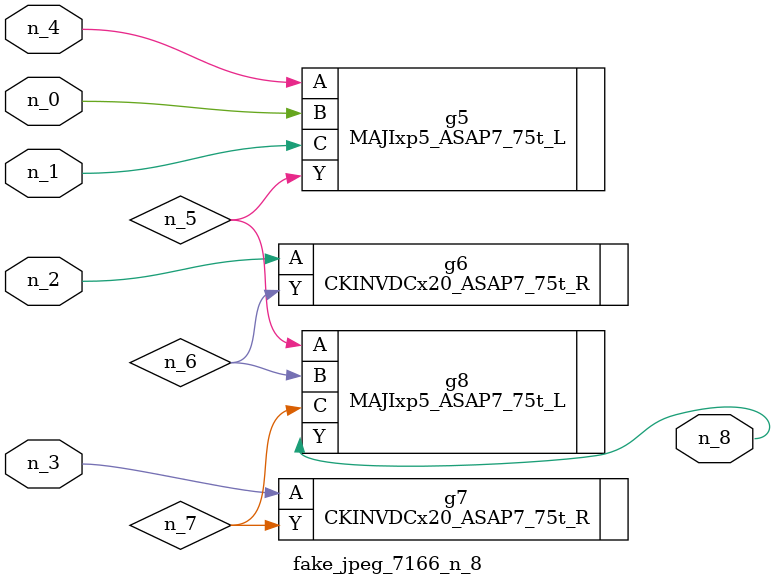
<source format=v>
module fake_jpeg_7166_n_8 (n_3, n_2, n_1, n_0, n_4, n_8);

input n_3;
input n_2;
input n_1;
input n_0;
input n_4;

output n_8;

wire n_6;
wire n_5;
wire n_7;

MAJIxp5_ASAP7_75t_L g5 ( 
.A(n_4),
.B(n_0),
.C(n_1),
.Y(n_5)
);

CKINVDCx20_ASAP7_75t_R g6 ( 
.A(n_2),
.Y(n_6)
);

CKINVDCx20_ASAP7_75t_R g7 ( 
.A(n_3),
.Y(n_7)
);

MAJIxp5_ASAP7_75t_L g8 ( 
.A(n_5),
.B(n_6),
.C(n_7),
.Y(n_8)
);


endmodule
</source>
